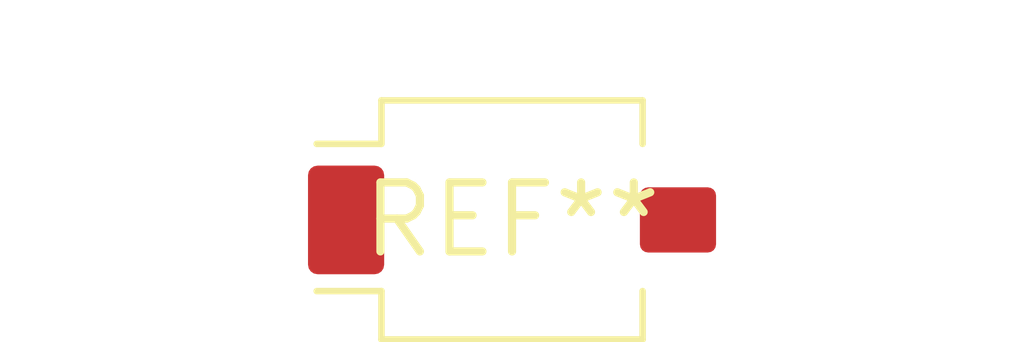
<source format=kicad_pcb>
(kicad_pcb (version 20240108) (generator pcbnew)
  (layers (0 "F.Cu" signal) (31 "B.Cu" signal) (34 "B.Paste" user) (35 "F.Paste" user) (36 "B.SilkS" user "B.Silkscreen") (37 "F.SilkS" user "F.Silkscreen") (38 "B.Mask" user) (39 "F.Mask" user) (44 "Edge.Cuts" user))
  (net 0 "")
  (footprint "Osram_BP104-SMD" (layer "F.Cu") (at 0 0)
    (property "Reference" "REF**")
    (property "Value" "Osram_BP104-SMD")
    (fp_line (start -3.59 1.31) (end -2.4 1.31) (layer "F.SilkS") (stroke (width 0.12)))
    (fp_line (start -2.41 -1.4) (end -3.59 -1.4) (layer "F.SilkS") (stroke (width 0.12)))
    (fp_line (start -2.4 -2.2) (end -2.4 -1.4) (layer "F.SilkS") (stroke (width 0.12)))
    (fp_line (start -2.4 1.31) (end -2.4 2.2) (layer "F.SilkS") (stroke (width 0.12)))
    (fp_line (start -2.4 2.2) (end 2.4 2.2) (layer "F.SilkS") (stroke (width 0.12)))
    (fp_line (start 2.4 -2.2) (end -2.4 -2.2) (layer "F.SilkS") (stroke (width 0.12)))
    (fp_line (start 2.4 -1.4) (end 2.4 -2.2) (layer "F.SilkS") (stroke (width 0.12)))
    (fp_line (start 2.4 2.2) (end 2.4 1.31) (layer "F.SilkS") (stroke (width 0.12)))
    (pad "1" smd roundrect (at -3.05 0 180) (size 1.4 2) (layers "F.Cu" "F.Mask") (roundrect_rratio 0.125))
    (pad "2" smd roundrect (at 3.05 0 180) (size 1.4 1.2) (layers "F.Cu" "F.Mask") (roundrect_rratio 0.125))
  )
)
</source>
